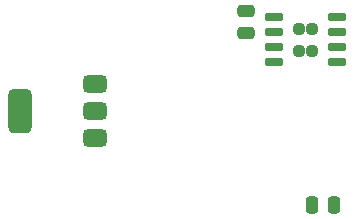
<source format=gbp>
G04 Layer: BottomPasteMaskLayer*
G04 EasyEDA Pro v2.2.27.1, 2024-09-15 10:59:50*
G04 Gerber Generator version 0.3*
G04 Scale: 100 percent, Rotated: No, Reflected: No*
G04 Dimensions in millimeters*
G04 Leading zeros omitted, absolute positions, 3 integers and 5 decimals*
%TF.GenerationSoftware,KiCad,Pcbnew,8.0.5*%
%TF.CreationDate,2024-10-31T22:01:25+08:00*%
%TF.ProjectId,AMS1117_TP4056_Lithium_battery_charging,414d5331-3131-4375-9f54-50343035365f,rev?*%
%TF.SameCoordinates,Original*%
%TF.FileFunction,Paste,Bot*%
%TF.FilePolarity,Positive*%
%FSLAX46Y46*%
G04 Gerber Fmt 4.6, Leading zero omitted, Abs format (unit mm)*
G04 Created by KiCad (PCBNEW 8.0.5) date 2024-10-31 22:01:25*
%MOMM*%
%LPD*%
G01*
G04 APERTURE LIST*
G04 Aperture macros list*
%AMRoundRect*
0 Rectangle with rounded corners*
0 $1 Rounding radius*
0 $2 $3 $4 $5 $6 $7 $8 $9 X,Y pos of 4 corners*
0 Add a 4 corners polygon primitive as box body*
4,1,4,$2,$3,$4,$5,$6,$7,$8,$9,$2,$3,0*
0 Add four circle primitives for the rounded corners*
1,1,$1+$1,$2,$3*
1,1,$1+$1,$4,$5*
1,1,$1+$1,$6,$7*
1,1,$1+$1,$8,$9*
0 Add four rect primitives between the rounded corners*
20,1,$1+$1,$2,$3,$4,$5,0*
20,1,$1+$1,$4,$5,$6,$7,0*
20,1,$1+$1,$6,$7,$8,$9,0*
20,1,$1+$1,$8,$9,$2,$3,0*%
G04 Aperture macros list end*
%ADD10RoundRect,0.375000X0.625000X0.375000X-0.625000X0.375000X-0.625000X-0.375000X0.625000X-0.375000X0*%
%ADD11RoundRect,0.500000X0.500000X1.400000X-0.500000X1.400000X-0.500000X-1.400000X0.500000X-1.400000X0*%
%ADD12RoundRect,0.250000X-0.475000X0.250000X-0.475000X-0.250000X0.475000X-0.250000X0.475000X0.250000X0*%
%ADD13RoundRect,0.250000X0.250000X0.475000X-0.250000X0.475000X-0.250000X-0.475000X0.250000X-0.475000X0*%
%ADD14RoundRect,0.237500X-0.237500X-0.237500X0.237500X-0.237500X0.237500X0.237500X-0.237500X0.237500X0*%
%ADD15RoundRect,0.150000X-0.650000X-0.150000X0.650000X-0.150000X0.650000X0.150000X-0.650000X0.150000X0*%
G04 APERTURE END LIST*
D10*
%TO.C,U2*%
X104150000Y-111700000D03*
X104150000Y-114000000D03*
D11*
X97850000Y-114000000D03*
D10*
X104150000Y-116300000D03*
%TD*%
D12*
%TO.C,C6*%
X117000000Y-105550000D03*
X117000000Y-107450000D03*
%TD*%
D13*
%TO.C,C3*%
X124450000Y-122000000D03*
X122550000Y-122000000D03*
%TD*%
D14*
%TO.C,U1*%
X121425000Y-107075000D03*
X121425000Y-108925000D03*
X122575000Y-107075000D03*
X122575000Y-108925000D03*
D15*
X119350000Y-109905000D03*
X119350000Y-108635000D03*
X119350000Y-107365000D03*
X119350000Y-106095000D03*
X124650000Y-106095000D03*
X124650000Y-107365000D03*
X124650000Y-108635000D03*
X124650000Y-109905000D03*
%TD*%
M02*

</source>
